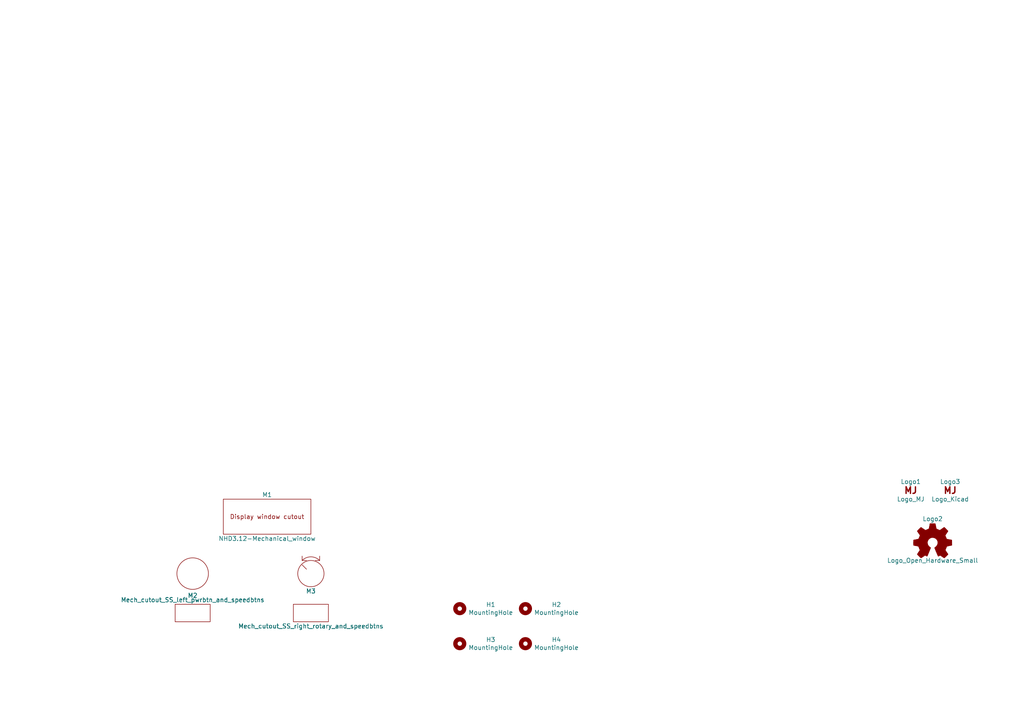
<source format=kicad_sch>
(kicad_sch (version 20211123) (generator eeschema)
  (paper "A4")
  (title_block (title "Solderstation Frontpanel (outer plate)") (date "2020-08-02") (rev "P1a") (company "MaJo Electronics :)"))
  (lib_symbols
    (symbol "Graphic:Logo_Open_Hardware_Small" (pin_names (offset 1.016))
      (symbol "Logo_Open_Hardware_Small_0_1"
        (polyline (pts (xy 3.3528 -4.3434) (xy 3.302 -4.318) (xy 3.175 -4.2418) (xy 2.9972 -4.1148) (xy 2.7686 -3.9624) (xy 2.54 -3.81) (xy 2.3622 -3.7084) (xy 2.2352 -3.6068) (xy 2.1844 -3.5814) (xy 2.159 -3.6068) (xy 2.0574 -3.6576) (xy 1.905 -3.7338) (xy 1.8034 -3.7846) (xy 1.6764 -3.8354) (xy 1.6002 -3.8354) (xy 1.6002 -3.8354) (xy 1.5494 -3.7338) (xy 1.4732 -3.5306) (xy 1.3462 -3.302) (xy 1.2446 -3.0226) (xy 1.1176 -2.7178) (xy 0.9652 -2.413) (xy 0.8636 -2.1082) (xy 0.7366 -1.8288) (xy 0.6604 -1.6256) (xy 0.6096 -1.4732) (xy 0.5842 -1.397) (xy 0.5842 -1.397) (xy 0.6604 -1.3208) (xy 0.7874 -1.2446) (xy 1.0414 -1.016) (xy 1.2954 -0.6858) (xy 1.4478 -0.3302) (xy 1.524 0.0762) (xy 1.4732 0.4572) (xy 1.3208 0.8128) (xy 1.0668 1.143) (xy 0.762 1.3716) (xy 0.4064 1.524) (xy 0 1.5748) (xy -0.381 1.5494) (xy -0.7366 1.397) (xy -1.0668 1.143) (xy -1.2192 0.9906) (xy -1.397 0.6604) (xy -1.524 0.3048) (xy -1.524 0.2286) (xy -1.4986 -0.1778) (xy -1.397 -0.5334) (xy -1.1938 -0.8636) (xy -0.9144 -1.143) (xy -0.8636 -1.1684) (xy -0.7366 -1.27) (xy -0.635 -1.3462) (xy -0.5842 -1.397) (xy -1.0668 -2.5908) (xy -1.143 -2.794) (xy -1.2954 -3.1242) (xy -1.397 -3.4036) (xy -1.4986 -3.6322) (xy -1.5748 -3.7846) (xy -1.6002 -3.8354) (xy -1.6002 -3.8354) (xy -1.651 -3.8354) (xy -1.7272 -3.81) (xy -1.905 -3.7338) (xy -2.0066 -3.683) (xy -2.1336 -3.6068) (xy -2.2098 -3.5814) (xy -2.2606 -3.6068) (xy -2.3622 -3.683) (xy -2.54 -3.81) (xy -2.7686 -3.9624) (xy -2.9718 -4.0894) (xy -3.1496 -4.2164) (xy -3.302 -4.318) (xy -3.3528 -4.3434) (xy -3.3782 -4.3434) (xy -3.429 -4.318) (xy -3.5306 -4.2164) (xy -3.7084 -4.064) (xy -3.937 -3.8354) (xy -3.9624 -3.81) (xy -4.1656 -3.6068) (xy -4.318 -3.4544) (xy -4.4196 -3.3274) (xy -4.445 -3.2766) (xy -4.445 -3.2766) (xy -4.4196 -3.2258) (xy -4.318 -3.0734) (xy -4.2164 -2.8956) (xy -4.064 -2.667) (xy -3.6576 -2.0828) (xy -3.8862 -1.5494) (xy -3.937 -1.3716) (xy -4.0386 -1.1684) (xy -4.0894 -1.0414) (xy -4.1148 -0.9652) (xy -4.191 -0.9398) (xy -4.318 -0.9144) (xy -4.5466 -0.8636) (xy -4.8006 -0.8128) (xy -5.0546 -0.7874) (xy -5.2578 -0.7366) (xy -5.4356 -0.7112) (xy -5.5118 -0.6858) (xy -5.5118 -0.6858) (xy -5.5372 -0.635) (xy -5.5372 -0.5588) (xy -5.5372 -0.4318) (xy -5.5626 -0.2286) (xy -5.5626 0.0762) (xy -5.5626 0.127) (xy -5.5372 0.4064) (xy -5.5372 0.635) (xy -5.5372 0.762) (xy -5.5372 0.8382) (xy -5.5372 0.8382) (xy -5.461 0.8382) (xy -5.3086 0.889) (xy -5.08 0.9144) (xy -4.826 0.9652) (xy -4.8006 0.9906) (xy -4.5466 1.0414) (xy -4.318 1.0668) (xy -4.1656 1.1176) (xy -4.0894 1.143) (xy -4.0894 1.143) (xy -4.0386 1.2446) (xy -3.9624 1.4224) (xy -3.8608 1.6256) (xy -3.7846 1.8288) (xy -3.7084 2.0066) (xy -3.6576 2.159) (xy -3.6322 2.2098) (xy -3.6322 2.2098) (xy -3.683 2.286) (xy -3.7592 2.413) (xy -3.8862 2.5908) (xy -4.064 2.8194) (xy -4.064 2.8448) (xy -4.2164 3.0734) (xy -4.3434 3.2512) (xy -4.4196 3.3782) (xy -4.445 3.4544) (xy -4.445 3.4544) (xy -4.3942 3.5052) (xy -4.2926 3.6322) (xy -4.1148 3.81) (xy -3.937 4.0132) (xy -3.8608 4.064) (xy -3.6576 4.2926) (xy -3.5052 4.4196) (xy -3.4036 4.4958) (xy -3.3528 4.5212) (xy -3.3528 4.5212) (xy -3.302 4.4704) (xy -3.1496 4.3688) (xy -2.9718 4.2418) (xy -2.7432 4.0894) (xy -2.7178 4.0894) (xy -2.4892 3.937) (xy -2.3114 3.81) (xy -2.1844 3.7084) (xy -2.1336 3.683) (xy -2.1082 3.683) (xy -2.032 3.7084) (xy -1.8542 3.7592) (xy -1.6764 3.8354) (xy -1.4732 3.937) (xy -1.27 4.0132) (xy -1.143 4.064) (xy -1.0668 4.1148) (xy -1.0668 4.1148) (xy -1.0414 4.191) (xy -1.016 4.3434) (xy -0.9652 4.572) (xy -0.9144 4.8514) (xy -0.889 4.9022) (xy -0.8382 5.1562) (xy -0.8128 5.3848) (xy -0.7874 5.5372) (xy -0.762 5.588) (xy -0.7112 5.6134) (xy -0.5842 5.6134) (xy -0.4064 5.6134) (xy -0.1524 5.6134) (xy 0.0762 5.6134) (xy 0.3302 5.6134) (xy 0.5334 5.6134) (xy 0.6858 5.588) (xy 0.7366 5.588) (xy 0.7366 5.588) (xy 0.762 5.5118) (xy 0.8128 5.334) (xy 0.8382 5.1054) (xy 0.9144 4.826) (xy 0.9144 4.7752) (xy 0.9652 4.5212) (xy 1.016 4.2926) (xy 1.0414 4.1402) (xy 1.0668 4.0894) (xy 1.0668 4.0894) (xy 1.1938 4.0386) (xy 1.3716 3.9624) (xy 1.5748 3.8608) (xy 2.0828 3.6576) (xy 2.7178 4.0894) (xy 2.7686 4.1402) (xy 2.9972 4.2926) (xy 3.175 4.4196) (xy 3.302 4.4958) (xy 3.3782 4.5212) (xy 3.3782 4.5212) (xy 3.429 4.4704) (xy 3.556 4.3434) (xy 3.7338 4.191) (xy 3.9116 3.9878) (xy 4.064 3.8354) (xy 4.2418 3.6576) (xy 4.3434 3.556) (xy 4.4196 3.4798) (xy 4.4196 3.429) (xy 4.4196 3.4036) (xy 4.3942 3.3274) (xy 4.2926 3.2004) (xy 4.1656 2.9972) (xy 4.0132 2.794) (xy 3.8862 2.5908) (xy 3.7592 2.3876) (xy 3.6576 2.2352) (xy 3.6322 2.159) (xy 3.6322 2.1336) (xy 3.683 2.0066) (xy 3.7592 1.8288) (xy 3.8608 1.6002) (xy 4.064 1.1176) (xy 4.3942 1.0414) (xy 4.5974 1.016) (xy 4.8768 0.9652) (xy 5.1308 0.9144) (xy 5.5372 0.8382) (xy 5.5626 -0.6604) (xy 5.4864 -0.6858) (xy 5.4356 -0.6858) (xy 5.2832 -0.7366) (xy 5.0546 -0.762) (xy 4.8006 -0.8128) (xy 4.5974 -0.8636) (xy 4.3688 -0.9144) (xy 4.2164 -0.9398) (xy 4.1402 -0.9398) (xy 4.1148 -0.9652) (xy 4.064 -1.0668) (xy 3.9878 -1.2446) (xy 3.9116 -1.4478) (xy 3.81 -1.651) (xy 3.7338 -1.8542) (xy 3.683 -2.0066) (xy 3.6576 -2.0828) (xy 3.683 -2.1336) (xy 3.7846 -2.2606) (xy 3.8862 -2.4638) (xy 4.0386 -2.667) (xy 4.191 -2.8956) (xy 4.318 -3.0734) (xy 4.3942 -3.2004) (xy 4.445 -3.2766) (xy 4.4196 -3.3274) (xy 4.3434 -3.429) (xy 4.1656 -3.5814) (xy 3.937 -3.8354) (xy 3.8862 -3.8608) (xy 3.683 -4.064) (xy 3.5306 -4.2164) (xy 3.4036 -4.318) (xy 3.3528 -4.3434)) (fill (type outline)))
      )
    )
    (symbol "Mechanical:MountingHole" (pin_names (offset 1.016))
      (property "Reference" "H" (at 0 5.08 0))
      (property "Value" "MountingHole" (at 0 3.175 0))
      (symbol "MountingHole_0_1"
        (circle (center 0 0) (radius 1.27) (stroke (width 1.27)))
      )
    )
    (symbol "customlib_mj:Logo_MJ" (pin_names (offset 1.016))
      (property "Reference" "Logo" (at 0 2.54 0))
      (symbol "Logo_MJ_0_0"
        (text "MJ" (at 0 0 0) (effects (font (size 1.905 1.905) bold)))
      )
    )
    (symbol "customlib_mj:Mech_cutout_SS_left_pwrbtn_and_speedbtns" (pin_numbers hide) (pin_names (offset 0) hide)
      (property "Reference" "M" (at 0 -5.08 0))
      (property "Value" "Mech_cutout_SS_left_pwrbtn_and_speedbtns" (at 0 -7.62 0))
      (symbol "Mech_cutout_SS_left_pwrbtn_and_speedbtns_0_0"
        (rectangle (start -5.08 -8.89) (end 5.08 -13.97))
        (circle (center 0 0) (radius 4.572))
      )
    )
    (symbol "customlib_mj:Mech_cutout_SS_right_rotary_and_speedbtns" (pin_numbers hide) (pin_names (offset 0) hide)
      (property "Reference" "M" (at 0 -5.08 0))
      (property "Value" "Mech_cutout_SS_right_rotary_and_speedbtns" (at 0 -7.62 0))
      (symbol "Mech_cutout_SS_right_rotary_and_speedbtns_0_0"
        (rectangle (start -5.08 -8.89) (end 5.08 -13.97))
        (polyline (pts (xy -2.54 2.54) (xy -1.27 1.27)))
        (polyline (pts (xy 2.54 3.81) (xy 1.27 3.81)))
        (polyline (pts (xy 2.54 3.81) (xy 2.54 5.08)))
        (polyline (pts (xy -2.54 3.81) (xy -2.54 5.08) (xy -2.54 3.81) (xy -1.27 3.81)))
        (circle (center 0 0) (radius 3.81))
        (arc (start 2.54 3.81) (mid 0 4.8621) (end -2.54 3.81))
      )
    )
    (symbol "customlib_mj:NHD3.12-Mechanical_window" (pin_numbers hide) (pin_names (offset 0) hide)
      (property "Reference" "M" (at 0 6.35 0))
      (property "Value" "NHD3.12-Mechanical_window" (at 0 -6.35 0))
      (symbol "NHD3.12-Mechanical_window_0_0"
        (text "Display window cutout" (at 0 0 0) (effects (font (size 1.27 1.27))))
      )
      (symbol "NHD3.12-Mechanical_window_0_1"
        (rectangle (start 12.7 -5.08) (end -12.7 5.08))
      )
    )
  )
  (symbol (lib_id "Mechanical:MountingHole") (at 133.35 176.53 0) (unit 1)
    (property "Reference" "H1" (at 142.3416 175.3616 0))
    (property "Value" "MountingHole" (at 142.3416 177.673 0))
    (property "Footprint" "customlib_mj_fp:MountingHole_3.5mm_Hammond_panel_screws" (effects hide))
  )
  (symbol (lib_id "Mechanical:MountingHole") (at 152.4 176.53 0) (unit 1)
    (property "Reference" "H2" (at 161.3916 175.3616 0))
    (property "Value" "MountingHole" (at 161.3916 177.673 0))
    (property "Footprint" "customlib_mj_fp:MountingHole_3.5mm_Hammond_panel_screws" (effects hide))
  )
  (symbol (lib_id "Mechanical:MountingHole") (at 133.35 186.69 0) (unit 1)
    (property "Reference" "H3" (at 142.3416 185.5216 0))
    (property "Value" "MountingHole" (at 142.3416 187.833 0))
    (property "Footprint" "customlib_mj_fp:MountingHole_3.5mm_Hammond_panel_screws" (effects hide))
  )
  (symbol (lib_id "Mechanical:MountingHole") (at 152.4 186.69 0) (unit 1)
    (property "Reference" "H4" (at 161.3916 185.5216 0))
    (property "Value" "MountingHole" (at 161.3916 187.833 0))
    (property "Footprint" "customlib_mj_fp:MountingHole_3.5mm_Hammond_panel_screws" (effects hide))
  )
  (symbol (lib_id "customlib_mj:NHD3.12-Mechanical_window") (at 77.47 149.86 0) (unit 1)
    (property "Reference" "M1" (at 77.47 143.51 0))
    (property "Value" "NHD3.12-Mechanical_window" (at 77.47 156.21 0))
    (property "Footprint" "customlib_mj_fp:NHD3_12-Reverse_Bezel" (effects hide))
  )
  (symbol (lib_id "customlib_mj:Mech_cutout_SS_left_pwrbtn_and_speedbtns") (at 55.88 166.37 0) (unit 1)
    (property "Reference" "M2" (at 55.88 172.72 0))
    (property "Value" "Mech_cutout_SS_left_pwrbtn_and_speedbtns" (at 55.88 173.99 0))
    (property "Footprint" "customlib_mj_fp:Frontpanel_L_Powerbtn_Pushbtns_outer_cutouts" (effects hide))
  )
  (symbol (lib_id "customlib_mj:Mech_cutout_SS_right_rotary_and_speedbtns") (at 90.17 166.37 0) (unit 1)
    (property "Reference" "M3" (at 90.17 171.45 0))
    (property "Value" "Mech_cutout_SS_right_rotary_and_speedbtns" (at 90.17 181.61 0))
    (property "Footprint" "customlib_mj_fp:Frontpanel_R_RotaryEnc_Pushbtns_outer_cutouts" (effects hide))
  )
  (symbol (lib_id "Graphic:Logo_Open_Hardware_Small") (at 270.51 157.48 0) (unit 1)
    (property "Reference" "Logo2" (at 270.51 150.495 0))
    (property "Value" "Logo_Open_Hardware_Small" (at 270.51 162.56 0))
    (property "Footprint" "Symbol:OSHW-Logo_5.7x6mm_SilkScreen" (effects hide))
  )
  (symbol (lib_id "customlib_mj:Logo_MJ") (at 264.16 142.24 0) (unit 1)
    (property "Reference" "Logo1" (at 264.16 139.7 0))
    (property "Value" "Logo_MJ" (at 264.16 144.78 0))
    (property "Footprint" "customlib_mj_fp:MJ_10.3x12.7" (effects hide))
  )
  (symbol (lib_id "customlib_mj:Logo_MJ") (at 275.59 142.24 0) (unit 1)
    (property "Reference" "Logo3" (at 275.59 139.7 0))
    (property "Value" "Logo_Kicad" (at 275.59 144.78 0))
    (property "Footprint" "Symbol:KiCad-Logo2_5mm_SilkScreen" (effects hide))
  )
)
</source>
